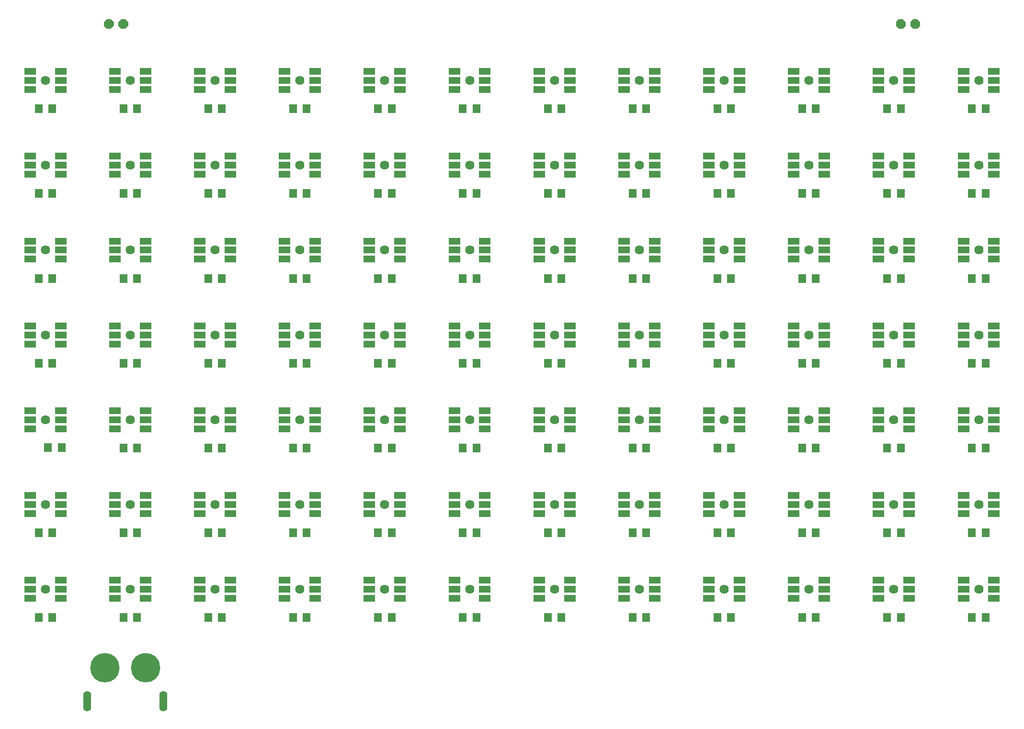
<source format=gts>
G04 Layer: TopSolderMaskLayer*
G04 EasyEDA v6.5.47, 2024-11-13 01:40:09*
G04 1c21e17b061f4530800f8f8e294a802d,69e988d02e8547bda770e33b2b7d29c3,10*
G04 Gerber Generator version 0.2*
G04 Scale: 100 percent, Rotated: No, Reflected: No *
G04 Dimensions in millimeters *
G04 leading zeros omitted , absolute positions ,4 integer and 5 decimal *
%FSLAX45Y45*%
%MOMM*%

%AMMACRO1*4,1,8,-0.6211,-0.8008,-0.6508,-0.771,-0.6508,0.7711,-0.6211,0.8008,0.621,0.8008,0.6508,0.7711,0.6508,-0.771,0.621,-0.8008,-0.6211,-0.8008,0*%
%AMMACRO2*4,1,8,-1.0042,-0.56,-1.01,-0.5542,-1.01,0.5542,-1.0042,0.56,1.0041,0.56,1.01,0.5542,1.01,-0.5542,1.0041,-0.56,-1.0042,-0.56,0*%
%ADD10C,5.2040*%
%ADD11O,1.4031976X3.6031932*%
%ADD12C,0.6096*%
%ADD13MACRO1*%
%ADD14MACRO2*%
%ADD15C,1.6256*%
%ADD16C,0.0142*%

%LPD*%
D10*
G01*
X2052396Y-11384000D03*
G01*
X2772384Y-11384000D03*
D11*
G01*
X3087395Y-11984024D03*
G01*
X1737385Y-11984024D03*
D12*
G01*
X2052396Y-11573992D03*
G01*
X1917395Y-11519001D03*
G01*
X1862378Y-11384000D03*
G01*
X1917395Y-11248999D03*
G01*
X2052396Y-11194008D03*
G01*
X2187397Y-11248999D03*
G01*
X2242388Y-11384000D03*
G01*
X2187397Y-11519001D03*
G01*
X2772384Y-11573992D03*
G01*
X2637383Y-11519001D03*
G01*
X2582392Y-11384000D03*
G01*
X2637383Y-11248999D03*
G01*
X2772384Y-11194008D03*
G01*
X2907385Y-11248999D03*
G01*
X2962376Y-11384000D03*
G01*
X2907385Y-11519001D03*
G36*
X2088984Y-87223D02*
G01*
X2088415Y-87190D01*
X2087854Y-87096D01*
X2087305Y-86939D01*
X2086780Y-86720D01*
X2086282Y-86443D01*
X2085817Y-86116D01*
X2085393Y-85735D01*
X2037260Y-37602D01*
X2036879Y-37177D01*
X2036551Y-36713D01*
X2036274Y-36215D01*
X2036056Y-35689D01*
X2035898Y-35140D01*
X2035804Y-34579D01*
X2035771Y-34010D01*
X2035771Y34010D01*
X2035804Y34579D01*
X2035898Y35140D01*
X2036056Y35689D01*
X2036274Y36215D01*
X2036551Y36713D01*
X2036879Y37177D01*
X2037260Y37602D01*
X2085393Y85735D01*
X2085817Y86116D01*
X2086282Y86443D01*
X2086780Y86720D01*
X2087305Y86939D01*
X2087854Y87096D01*
X2088415Y87190D01*
X2088984Y87223D01*
X2157006Y87223D01*
X2157575Y87190D01*
X2158136Y87096D01*
X2158685Y86939D01*
X2159210Y86720D01*
X2159708Y86443D01*
X2160173Y86116D01*
X2160597Y85735D01*
X2208730Y37602D01*
X2209111Y37177D01*
X2209439Y36713D01*
X2209716Y36215D01*
X2209934Y35689D01*
X2210092Y35140D01*
X2210186Y34579D01*
X2210219Y34010D01*
X2210219Y-34010D01*
X2210186Y-34579D01*
X2210092Y-35140D01*
X2209934Y-35689D01*
X2209716Y-36215D01*
X2209439Y-36713D01*
X2209111Y-37177D01*
X2208730Y-37602D01*
X2160597Y-85735D01*
X2160173Y-86116D01*
X2159708Y-86443D01*
X2159210Y-86720D01*
X2158685Y-86939D01*
X2158136Y-87096D01*
X2157575Y-87190D01*
X2157006Y-87223D01*
G37*
G36*
X2342984Y-87223D02*
G01*
X2342415Y-87190D01*
X2341854Y-87096D01*
X2341305Y-86939D01*
X2340780Y-86720D01*
X2340282Y-86443D01*
X2339817Y-86116D01*
X2339393Y-85735D01*
X2291260Y-37602D01*
X2290879Y-37177D01*
X2290551Y-36713D01*
X2290274Y-36215D01*
X2290056Y-35689D01*
X2289898Y-35140D01*
X2289804Y-34579D01*
X2289771Y-34010D01*
X2289771Y34010D01*
X2289804Y34579D01*
X2289898Y35140D01*
X2290056Y35689D01*
X2290274Y36215D01*
X2290551Y36713D01*
X2290879Y37177D01*
X2291260Y37602D01*
X2339393Y85735D01*
X2339817Y86116D01*
X2340282Y86443D01*
X2340780Y86720D01*
X2341305Y86939D01*
X2341854Y87096D01*
X2342415Y87190D01*
X2342984Y87223D01*
X2411006Y87223D01*
X2411575Y87190D01*
X2412136Y87096D01*
X2412685Y86939D01*
X2413210Y86720D01*
X2413708Y86443D01*
X2414173Y86116D01*
X2414597Y85735D01*
X2462730Y37602D01*
X2463111Y37177D01*
X2463439Y36713D01*
X2463716Y36215D01*
X2463934Y35689D01*
X2464092Y35140D01*
X2464186Y34579D01*
X2464219Y34010D01*
X2464219Y-34010D01*
X2464186Y-34579D01*
X2464092Y-35140D01*
X2463934Y-35689D01*
X2463716Y-36215D01*
X2463439Y-36713D01*
X2463111Y-37177D01*
X2462730Y-37602D01*
X2414597Y-85735D01*
X2414173Y-86116D01*
X2413708Y-86443D01*
X2413210Y-86720D01*
X2412685Y-86939D01*
X2412136Y-87096D01*
X2411575Y-87190D01*
X2411006Y-87223D01*
G37*
G36*
X16342956Y-87223D02*
G01*
X16342387Y-87190D01*
X16341826Y-87096D01*
X16341277Y-86939D01*
X16340752Y-86720D01*
X16340254Y-86443D01*
X16339789Y-86116D01*
X16339365Y-85735D01*
X16291232Y-37602D01*
X16290851Y-37177D01*
X16290523Y-36713D01*
X16290246Y-36215D01*
X16290028Y-35689D01*
X16289870Y-35140D01*
X16289776Y-34579D01*
X16289743Y-34010D01*
X16289743Y34010D01*
X16289776Y34579D01*
X16289870Y35140D01*
X16290028Y35689D01*
X16290246Y36215D01*
X16290523Y36713D01*
X16290851Y37177D01*
X16291232Y37602D01*
X16339365Y85735D01*
X16339789Y86116D01*
X16340254Y86443D01*
X16340752Y86720D01*
X16341277Y86939D01*
X16341826Y87096D01*
X16342387Y87190D01*
X16342956Y87223D01*
X16410978Y87223D01*
X16411547Y87190D01*
X16412108Y87096D01*
X16412657Y86939D01*
X16413182Y86720D01*
X16413680Y86443D01*
X16414145Y86116D01*
X16414569Y85735D01*
X16462702Y37602D01*
X16463083Y37177D01*
X16463411Y36713D01*
X16463688Y36215D01*
X16463906Y35689D01*
X16464064Y35140D01*
X16464158Y34579D01*
X16464191Y34010D01*
X16464191Y-34010D01*
X16464158Y-34579D01*
X16464064Y-35140D01*
X16463906Y-35689D01*
X16463688Y-36215D01*
X16463411Y-36713D01*
X16463083Y-37177D01*
X16462702Y-37602D01*
X16414569Y-85735D01*
X16414145Y-86116D01*
X16413680Y-86443D01*
X16413182Y-86720D01*
X16412657Y-86939D01*
X16412108Y-87096D01*
X16411547Y-87190D01*
X16410978Y-87223D01*
G37*
G36*
X16088956Y-87223D02*
G01*
X16088387Y-87190D01*
X16087826Y-87096D01*
X16087277Y-86939D01*
X16086752Y-86720D01*
X16086254Y-86443D01*
X16085789Y-86116D01*
X16085365Y-85735D01*
X16037232Y-37602D01*
X16036851Y-37177D01*
X16036523Y-36713D01*
X16036246Y-36215D01*
X16036028Y-35689D01*
X16035870Y-35140D01*
X16035776Y-34579D01*
X16035743Y-34010D01*
X16035743Y34010D01*
X16035776Y34579D01*
X16035870Y35140D01*
X16036028Y35689D01*
X16036246Y36215D01*
X16036523Y36713D01*
X16036851Y37177D01*
X16037232Y37602D01*
X16085365Y85735D01*
X16085789Y86116D01*
X16086254Y86443D01*
X16086752Y86720D01*
X16087277Y86939D01*
X16087826Y87096D01*
X16088387Y87190D01*
X16088956Y87223D01*
X16156978Y87223D01*
X16157547Y87190D01*
X16158108Y87096D01*
X16158657Y86939D01*
X16159182Y86720D01*
X16159680Y86443D01*
X16160145Y86116D01*
X16160569Y85735D01*
X16208702Y37602D01*
X16209083Y37177D01*
X16209411Y36713D01*
X16209688Y36215D01*
X16209906Y35689D01*
X16210064Y35140D01*
X16210158Y34579D01*
X16210191Y34010D01*
X16210191Y-34010D01*
X16210158Y-34579D01*
X16210064Y-35140D01*
X16209906Y-35689D01*
X16209688Y-36215D01*
X16209411Y-36713D01*
X16209083Y-37177D01*
X16208702Y-37602D01*
X16160569Y-85735D01*
X16160145Y-86116D01*
X16159680Y-86443D01*
X16159182Y-86720D01*
X16158657Y-86939D01*
X16158108Y-87096D01*
X16157547Y-87190D01*
X16156978Y-87223D01*
G37*
D13*
G01*
X6879996Y-1499997D03*
G01*
X7119975Y-1499997D03*
G01*
X6879996Y-2999993D03*
G01*
X7119975Y-2999993D03*
G01*
X6879996Y-4499990D03*
G01*
X7119975Y-4499990D03*
G01*
X6879996Y-5999988D03*
G01*
X7119975Y-5999988D03*
G01*
X6879996Y-7499984D03*
G01*
X7119975Y-7499984D03*
G01*
X6879996Y-8999982D03*
G01*
X7119975Y-8999982D03*
G01*
X6879996Y-10499979D03*
G01*
X7119975Y-10499979D03*
G01*
X8379993Y-1499997D03*
G01*
X8619972Y-1499997D03*
G01*
X8379993Y-2999993D03*
G01*
X8619972Y-2999993D03*
G01*
X8379993Y-4499990D03*
G01*
X8619972Y-4499990D03*
G01*
X8379993Y-5999988D03*
G01*
X8619972Y-5999988D03*
G01*
X8379993Y-7499984D03*
G01*
X8619972Y-7499984D03*
G01*
X8379993Y-8999982D03*
G01*
X8619972Y-8999982D03*
G01*
X8379993Y-10499979D03*
G01*
X8619972Y-10499979D03*
G01*
X9879990Y-1499997D03*
G01*
X10119969Y-1499997D03*
G01*
X9879990Y-2999993D03*
G01*
X10119969Y-2999993D03*
G01*
X9879990Y-4499990D03*
G01*
X10119969Y-4499990D03*
G01*
X9879990Y-5999988D03*
G01*
X10119969Y-5999988D03*
G01*
X9879990Y-7499984D03*
G01*
X10119969Y-7499984D03*
G01*
X9879990Y-8999982D03*
G01*
X10119969Y-8999982D03*
G01*
X9879990Y-10499979D03*
G01*
X10119969Y-10499979D03*
G01*
X11379987Y-1499997D03*
G01*
X11619966Y-1499997D03*
G01*
X11379987Y-2999993D03*
G01*
X11619966Y-2999993D03*
G01*
X11379987Y-4499990D03*
G01*
X11619966Y-4499990D03*
G01*
X11379987Y-5999988D03*
G01*
X11619966Y-5999988D03*
G01*
X11379987Y-7499984D03*
G01*
X11619966Y-7499984D03*
G01*
X11379987Y-8999982D03*
G01*
X11619966Y-8999982D03*
G01*
X11379987Y-10499979D03*
G01*
X11619966Y-10499979D03*
G01*
X12879984Y-1499997D03*
G01*
X13119963Y-1499997D03*
G01*
X12879984Y-2999993D03*
G01*
X13119963Y-2999993D03*
G01*
X12879984Y-4499990D03*
G01*
X13119963Y-4499990D03*
G01*
X12879984Y-5999988D03*
G01*
X13119963Y-5999988D03*
G01*
X12879984Y-7499984D03*
G01*
X13119963Y-7499984D03*
G01*
X12879984Y-8999982D03*
G01*
X13119963Y-8999982D03*
G01*
X12879984Y-10499979D03*
G01*
X13119963Y-10499979D03*
G01*
X14379981Y-1499997D03*
G01*
X14619960Y-1499997D03*
G01*
X14379981Y-2999993D03*
G01*
X14619960Y-2999993D03*
G01*
X14379981Y-4499990D03*
G01*
X14619960Y-4499990D03*
G01*
X14379981Y-5999988D03*
G01*
X14619960Y-5999988D03*
G01*
X14379981Y-7499984D03*
G01*
X14619960Y-7499984D03*
G01*
X14379981Y-8999982D03*
G01*
X14619960Y-8999982D03*
G01*
X14379981Y-10499979D03*
G01*
X14619960Y-10499979D03*
G01*
X15879978Y-1499997D03*
G01*
X16119957Y-1499997D03*
G01*
X15879978Y-2999993D03*
G01*
X16119957Y-2999993D03*
G01*
X15879978Y-4499990D03*
G01*
X16119957Y-4499990D03*
G01*
X15879978Y-5999988D03*
G01*
X16119957Y-5999988D03*
G01*
X15879978Y-7499984D03*
G01*
X16119957Y-7499984D03*
G01*
X15879978Y-8999982D03*
G01*
X16119957Y-8999982D03*
G01*
X15879978Y-10499979D03*
G01*
X16119957Y-10499979D03*
G01*
X17379975Y-1499997D03*
G01*
X17619954Y-1499997D03*
G01*
X17379975Y-2999993D03*
G01*
X17619954Y-2999993D03*
G01*
X17379975Y-4499990D03*
G01*
X17619954Y-4499990D03*
G01*
X17379975Y-5999988D03*
G01*
X17619954Y-5999988D03*
G01*
X17379975Y-7499984D03*
G01*
X17619954Y-7499984D03*
G01*
X17379975Y-8999982D03*
G01*
X17619954Y-8999982D03*
G01*
X17379975Y-10499979D03*
G01*
X17619954Y-10499979D03*
D14*
G01*
X6729986Y-839998D03*
G01*
X6729986Y-1000003D03*
G01*
X6729986Y-1160007D03*
G01*
X7269980Y-1160007D03*
G01*
X7269980Y-1000003D03*
G01*
X7269980Y-839998D03*
G01*
X6729986Y-2339995D03*
G01*
X6729986Y-2500000D03*
G01*
X6729986Y-2660004D03*
G01*
X7269980Y-2660004D03*
G01*
X7269980Y-2500000D03*
G01*
X7269980Y-2339995D03*
G01*
X6729986Y-3839992D03*
G01*
X6729986Y-3999997D03*
G01*
X6729986Y-4160001D03*
G01*
X7269980Y-4160001D03*
G01*
X7269980Y-3999997D03*
G01*
X7269980Y-3839992D03*
G01*
X6729986Y-5339989D03*
G01*
X6729986Y-5499994D03*
G01*
X6729986Y-5659998D03*
G01*
X7269980Y-5659998D03*
G01*
X7269980Y-5499994D03*
G01*
X7269980Y-5339989D03*
G01*
X6729986Y-6839986D03*
G01*
X6729986Y-6999991D03*
G01*
X6729986Y-7159995D03*
G01*
X7269980Y-7159995D03*
G01*
X7269980Y-6999991D03*
G01*
X7269980Y-6839986D03*
G01*
X6729986Y-8339983D03*
G01*
X6729986Y-8499988D03*
G01*
X6729986Y-8659992D03*
G01*
X7269980Y-8659992D03*
G01*
X7269980Y-8499988D03*
G01*
X7269980Y-8339983D03*
G01*
X6729986Y-9839980D03*
G01*
X6729986Y-9999985D03*
G01*
X6729986Y-10159989D03*
G01*
X7269980Y-10159989D03*
G01*
X7269980Y-9999985D03*
G01*
X7269980Y-9839980D03*
G01*
X8229983Y-839998D03*
G01*
X8229983Y-1000003D03*
G01*
X8229983Y-1160007D03*
G01*
X8769977Y-1160007D03*
G01*
X8769977Y-1000003D03*
G01*
X8769977Y-839998D03*
G01*
X8229983Y-2339995D03*
G01*
X8229983Y-2500000D03*
G01*
X8229983Y-2660004D03*
G01*
X8769977Y-2660004D03*
G01*
X8769977Y-2500000D03*
G01*
X8769977Y-2339995D03*
G01*
X8229983Y-3839992D03*
G01*
X8229983Y-3999997D03*
G01*
X8229983Y-4160001D03*
G01*
X8769977Y-4160001D03*
G01*
X8769977Y-3999997D03*
G01*
X8769977Y-3839992D03*
G01*
X8229983Y-5339989D03*
G01*
X8229983Y-5499994D03*
G01*
X8229983Y-5659998D03*
G01*
X8769977Y-5659998D03*
G01*
X8769977Y-5499994D03*
G01*
X8769977Y-5339989D03*
G01*
X8229983Y-6839986D03*
G01*
X8229983Y-6999991D03*
G01*
X8229983Y-7159995D03*
G01*
X8769977Y-7159995D03*
G01*
X8769977Y-6999991D03*
G01*
X8769977Y-6839986D03*
G01*
X8229983Y-8339983D03*
G01*
X8229983Y-8499988D03*
G01*
X8229983Y-8659992D03*
G01*
X8769977Y-8659992D03*
G01*
X8769977Y-8499988D03*
G01*
X8769977Y-8339983D03*
G01*
X8229983Y-9839980D03*
G01*
X8229983Y-9999985D03*
G01*
X8229983Y-10159989D03*
G01*
X8769977Y-10159989D03*
G01*
X8769977Y-9999985D03*
G01*
X8769977Y-9839980D03*
G01*
X9729980Y-839998D03*
G01*
X9729980Y-1000003D03*
G01*
X9729980Y-1160007D03*
G01*
X10269974Y-1160007D03*
G01*
X10269974Y-1000003D03*
G01*
X10269974Y-839998D03*
G01*
X9729980Y-2339995D03*
G01*
X9729980Y-2500000D03*
G01*
X9729980Y-2660004D03*
G01*
X10269974Y-2660004D03*
G01*
X10269974Y-2500000D03*
G01*
X10269974Y-2339995D03*
G01*
X9729980Y-3839992D03*
G01*
X9729980Y-3999997D03*
G01*
X9729980Y-4160001D03*
G01*
X10269974Y-4160001D03*
G01*
X10269974Y-3999997D03*
G01*
X10269974Y-3839992D03*
G01*
X9729980Y-5339989D03*
G01*
X9729980Y-5499994D03*
G01*
X9729980Y-5659998D03*
G01*
X10269974Y-5659998D03*
G01*
X10269974Y-5499994D03*
G01*
X10269974Y-5339989D03*
G01*
X9729980Y-6839986D03*
G01*
X9729980Y-6999991D03*
G01*
X9729980Y-7159995D03*
G01*
X10269974Y-7159995D03*
G01*
X10269974Y-6999991D03*
G01*
X10269974Y-6839986D03*
G01*
X9729980Y-8339983D03*
G01*
X9729980Y-8499988D03*
G01*
X9729980Y-8659992D03*
G01*
X10269974Y-8659992D03*
G01*
X10269974Y-8499988D03*
G01*
X10269974Y-8339983D03*
G01*
X9729980Y-9839980D03*
G01*
X9729980Y-9999985D03*
G01*
X9729980Y-10159989D03*
G01*
X10269974Y-10159989D03*
G01*
X10269974Y-9999985D03*
G01*
X10269974Y-9839980D03*
G01*
X11229977Y-839998D03*
G01*
X11229977Y-1000003D03*
G01*
X11229977Y-1160007D03*
G01*
X11769971Y-1160007D03*
G01*
X11769971Y-1000003D03*
G01*
X11769971Y-839998D03*
G01*
X11229977Y-2339995D03*
G01*
X11229977Y-2500000D03*
G01*
X11229977Y-2660004D03*
G01*
X11769971Y-2660004D03*
G01*
X11769971Y-2500000D03*
G01*
X11769971Y-2339995D03*
G01*
X11229977Y-3839992D03*
G01*
X11229977Y-3999997D03*
G01*
X11229977Y-4160001D03*
G01*
X11769971Y-4160001D03*
G01*
X11769971Y-3999997D03*
G01*
X11769971Y-3839992D03*
G01*
X11229977Y-5339989D03*
G01*
X11229977Y-5499994D03*
G01*
X11229977Y-5659998D03*
G01*
X11769971Y-5659998D03*
G01*
X11769971Y-5499994D03*
G01*
X11769971Y-5339989D03*
G01*
X11229977Y-6839986D03*
G01*
X11229977Y-6999991D03*
G01*
X11229977Y-7159995D03*
G01*
X11769971Y-7159995D03*
G01*
X11769971Y-6999991D03*
G01*
X11769971Y-6839986D03*
G01*
X11229977Y-8339983D03*
G01*
X11229977Y-8499988D03*
G01*
X11229977Y-8659992D03*
G01*
X11769971Y-8659992D03*
G01*
X11769971Y-8499988D03*
G01*
X11769971Y-8339983D03*
G01*
X11229977Y-9839980D03*
G01*
X11229977Y-9999985D03*
G01*
X11229977Y-10159989D03*
G01*
X11769971Y-10159989D03*
G01*
X11769971Y-9999985D03*
G01*
X11769971Y-9839980D03*
G01*
X12729974Y-839998D03*
G01*
X12729974Y-1000003D03*
G01*
X12729974Y-1160007D03*
G01*
X13269968Y-1160007D03*
G01*
X13269968Y-1000003D03*
G01*
X13269968Y-839998D03*
G01*
X12729974Y-2339995D03*
G01*
X12729974Y-2500000D03*
G01*
X12729974Y-2660004D03*
G01*
X13269968Y-2660004D03*
G01*
X13269968Y-2500000D03*
G01*
X13269968Y-2339995D03*
G01*
X12729974Y-3839992D03*
G01*
X12729974Y-3999997D03*
G01*
X12729974Y-4160001D03*
G01*
X13269968Y-4160001D03*
G01*
X13269968Y-3999997D03*
G01*
X13269968Y-3839992D03*
G01*
X12729974Y-5339989D03*
G01*
X12729974Y-5499994D03*
G01*
X12729974Y-5659998D03*
G01*
X13269968Y-5659998D03*
G01*
X13269968Y-5499994D03*
G01*
X13269968Y-5339989D03*
G01*
X12729974Y-6839986D03*
G01*
X12729974Y-6999991D03*
G01*
X12729974Y-7159995D03*
G01*
X13269968Y-7159995D03*
G01*
X13269968Y-6999991D03*
G01*
X13269968Y-6839986D03*
G01*
X12729974Y-8339983D03*
G01*
X12729974Y-8499988D03*
G01*
X12729974Y-8659992D03*
G01*
X13269968Y-8659992D03*
G01*
X13269968Y-8499988D03*
G01*
X13269968Y-8339983D03*
G01*
X12729974Y-9839980D03*
G01*
X12729974Y-9999985D03*
G01*
X12729974Y-10159989D03*
G01*
X13269968Y-10159989D03*
G01*
X13269968Y-9999985D03*
G01*
X13269968Y-9839980D03*
G01*
X14229971Y-839998D03*
G01*
X14229971Y-1000003D03*
G01*
X14229971Y-1160007D03*
G01*
X14769965Y-1160007D03*
G01*
X14769965Y-1000003D03*
G01*
X14769965Y-839998D03*
G01*
X14229971Y-2339995D03*
G01*
X14229971Y-2500000D03*
G01*
X14229971Y-2660004D03*
G01*
X14769965Y-2660004D03*
G01*
X14769965Y-2500000D03*
G01*
X14769965Y-2339995D03*
G01*
X14229971Y-3839992D03*
G01*
X14229971Y-3999997D03*
G01*
X14229971Y-4160001D03*
G01*
X14769965Y-4160001D03*
G01*
X14769965Y-3999997D03*
G01*
X14769965Y-3839992D03*
G01*
X14229971Y-5339989D03*
G01*
X14229971Y-5499994D03*
G01*
X14229971Y-5659998D03*
G01*
X14769965Y-5659998D03*
G01*
X14769965Y-5499994D03*
G01*
X14769965Y-5339989D03*
G01*
X14229971Y-6839986D03*
G01*
X14229971Y-6999991D03*
G01*
X14229971Y-7159995D03*
G01*
X14769965Y-7159995D03*
G01*
X14769965Y-6999991D03*
G01*
X14769965Y-6839986D03*
G01*
X14229971Y-8339983D03*
G01*
X14229971Y-8499988D03*
G01*
X14229971Y-8659992D03*
G01*
X14769965Y-8659992D03*
G01*
X14769965Y-8499988D03*
G01*
X14769965Y-8339983D03*
G01*
X14229971Y-9839980D03*
G01*
X14229971Y-9999985D03*
G01*
X14229971Y-10159989D03*
G01*
X14769965Y-10159989D03*
G01*
X14769965Y-9999985D03*
G01*
X14769965Y-9839980D03*
G01*
X15729968Y-839998D03*
G01*
X15729968Y-1000003D03*
G01*
X15729968Y-1160007D03*
G01*
X16269962Y-1160007D03*
G01*
X16269962Y-1000003D03*
G01*
X16269962Y-839998D03*
G01*
X15729968Y-2339995D03*
G01*
X15729968Y-2500000D03*
G01*
X15729968Y-2660004D03*
G01*
X16269962Y-2660004D03*
G01*
X16269962Y-2500000D03*
G01*
X16269962Y-2339995D03*
G01*
X15729968Y-3839992D03*
G01*
X15729968Y-3999997D03*
G01*
X15729968Y-4160001D03*
G01*
X16269962Y-4160001D03*
G01*
X16269962Y-3999997D03*
G01*
X16269962Y-3839992D03*
G01*
X15729968Y-5339989D03*
G01*
X15729968Y-5499994D03*
G01*
X15729968Y-5659998D03*
G01*
X16269962Y-5659998D03*
G01*
X16269962Y-5499994D03*
G01*
X16269962Y-5339989D03*
G01*
X15729968Y-6839986D03*
G01*
X15729968Y-6999991D03*
G01*
X15729968Y-7159995D03*
G01*
X16269962Y-7159995D03*
G01*
X16269962Y-6999991D03*
G01*
X16269962Y-6839986D03*
G01*
X15729968Y-8339983D03*
G01*
X15729968Y-8499988D03*
G01*
X15729968Y-8659992D03*
G01*
X16269962Y-8659992D03*
G01*
X16269962Y-8499988D03*
G01*
X16269962Y-8339983D03*
G01*
X15729968Y-9839980D03*
G01*
X15729968Y-9999985D03*
G01*
X15729968Y-10159989D03*
G01*
X16269962Y-10159989D03*
G01*
X16269962Y-9999985D03*
G01*
X16269962Y-9839980D03*
G01*
X17229965Y-839998D03*
G01*
X17229965Y-1000003D03*
G01*
X17229965Y-1160007D03*
G01*
X17769959Y-1160007D03*
G01*
X17769959Y-1000003D03*
G01*
X17769959Y-839998D03*
G01*
X17229965Y-2339995D03*
G01*
X17229965Y-2500000D03*
G01*
X17229965Y-2660004D03*
G01*
X17769959Y-2660004D03*
G01*
X17769959Y-2500000D03*
G01*
X17769959Y-2339995D03*
G01*
X17229965Y-3839992D03*
G01*
X17229965Y-3999997D03*
G01*
X17229965Y-4160001D03*
G01*
X17769959Y-4160001D03*
G01*
X17769959Y-3999997D03*
G01*
X17769959Y-3839992D03*
G01*
X17229965Y-5339989D03*
G01*
X17229965Y-5499994D03*
G01*
X17229965Y-5659998D03*
G01*
X17769959Y-5659998D03*
G01*
X17769959Y-5499994D03*
G01*
X17769959Y-5339989D03*
G01*
X17229965Y-6839986D03*
G01*
X17229965Y-6999991D03*
G01*
X17229965Y-7159995D03*
G01*
X17769959Y-7159995D03*
G01*
X17769959Y-6999991D03*
G01*
X17769959Y-6839986D03*
G01*
X17229965Y-8339983D03*
G01*
X17229965Y-8499988D03*
G01*
X17229965Y-8659992D03*
G01*
X17769959Y-8659992D03*
G01*
X17769959Y-8499988D03*
G01*
X17769959Y-8339983D03*
G01*
X17229965Y-9839980D03*
G01*
X17229965Y-9999985D03*
G01*
X17229965Y-10159989D03*
G01*
X17769959Y-10159989D03*
G01*
X17769959Y-9999985D03*
G01*
X17769959Y-9839980D03*
D13*
G01*
X880008Y-1499997D03*
G01*
X1119987Y-1499997D03*
G01*
X880008Y-2999993D03*
G01*
X1119987Y-2999993D03*
G01*
X880008Y-4499990D03*
G01*
X1119987Y-4499990D03*
G01*
X880008Y-5999988D03*
G01*
X1119987Y-5999988D03*
G01*
X1048410Y-7493000D03*
G01*
X1288389Y-7493000D03*
G01*
X880008Y-8999982D03*
G01*
X1119987Y-8999982D03*
G01*
X880008Y-10499979D03*
G01*
X1119987Y-10499979D03*
G01*
X2380005Y-1499997D03*
G01*
X2619984Y-1499997D03*
G01*
X2380005Y-2999993D03*
G01*
X2619984Y-2999993D03*
G01*
X2380005Y-4499990D03*
G01*
X2619984Y-4499990D03*
G01*
X2380005Y-5999988D03*
G01*
X2619984Y-5999988D03*
G01*
X2380005Y-7499984D03*
G01*
X2619984Y-7499984D03*
G01*
X2380005Y-8999982D03*
G01*
X2619984Y-8999982D03*
G01*
X2380005Y-10499979D03*
G01*
X2619984Y-10499979D03*
G01*
X3880002Y-1499997D03*
G01*
X4119981Y-1499997D03*
G01*
X3880002Y-2999993D03*
G01*
X4119981Y-2999993D03*
G01*
X3880002Y-4499990D03*
G01*
X4119981Y-4499990D03*
G01*
X3880002Y-5999988D03*
G01*
X4119981Y-5999988D03*
G01*
X3880002Y-7499984D03*
G01*
X4119981Y-7499984D03*
G01*
X3880002Y-8999982D03*
G01*
X4119981Y-8999982D03*
G01*
X3880002Y-10499979D03*
G01*
X4119981Y-10499979D03*
G01*
X5379999Y-1499997D03*
G01*
X5619978Y-1499997D03*
G01*
X5379999Y-2999993D03*
G01*
X5619978Y-2999993D03*
G01*
X5379999Y-4499990D03*
G01*
X5619978Y-4499990D03*
G01*
X5379999Y-5999988D03*
G01*
X5619978Y-5999988D03*
G01*
X5379999Y-7499984D03*
G01*
X5619978Y-7499984D03*
G01*
X5379999Y-8999982D03*
G01*
X5619978Y-8999982D03*
G01*
X5379999Y-10499979D03*
G01*
X5619978Y-10499979D03*
D14*
G01*
X730117Y-839886D03*
G01*
X730117Y-999891D03*
G01*
X730117Y-1159896D03*
G01*
X1270111Y-1159896D03*
G01*
X1270111Y-999891D03*
G01*
X1270111Y-839886D03*
G01*
X730117Y-2340010D03*
G01*
X730117Y-2500015D03*
G01*
X730117Y-2660020D03*
G01*
X1270111Y-2660020D03*
G01*
X1270111Y-2500015D03*
G01*
X1270111Y-2340010D03*
G01*
X730117Y-3839880D03*
G01*
X730117Y-3999885D03*
G01*
X730117Y-4159890D03*
G01*
X1270111Y-4159890D03*
G01*
X1270111Y-3999885D03*
G01*
X1270111Y-3839880D03*
G01*
X730117Y-5340004D03*
G01*
X730117Y-5500009D03*
G01*
X730117Y-5660014D03*
G01*
X1270111Y-5660014D03*
G01*
X1270111Y-5500009D03*
G01*
X1270111Y-5340004D03*
G01*
X730117Y-6839874D03*
G01*
X730117Y-6999879D03*
G01*
X730117Y-7159884D03*
G01*
X1270111Y-7159884D03*
G01*
X1270111Y-6999879D03*
G01*
X1270111Y-6839874D03*
G01*
X730117Y-8339998D03*
G01*
X730117Y-8500003D03*
G01*
X730117Y-8660008D03*
G01*
X1270111Y-8660008D03*
G01*
X1270111Y-8500003D03*
G01*
X1270111Y-8339998D03*
G01*
X730117Y-9839868D03*
G01*
X730117Y-9999873D03*
G01*
X730117Y-10159878D03*
G01*
X1270111Y-10159878D03*
G01*
X1270111Y-9999873D03*
G01*
X1270111Y-9839868D03*
G01*
X2229987Y-839886D03*
G01*
X2229987Y-999891D03*
G01*
X2229987Y-1159896D03*
G01*
X2769981Y-1159896D03*
G01*
X2769981Y-999891D03*
G01*
X2769981Y-839886D03*
G01*
X2229987Y-2340010D03*
G01*
X2229987Y-2500015D03*
G01*
X2229987Y-2660020D03*
G01*
X2769981Y-2660020D03*
G01*
X2769981Y-2500015D03*
G01*
X2769981Y-2340010D03*
G01*
X2229995Y-3839992D03*
G01*
X2229995Y-3999997D03*
G01*
X2229995Y-4160001D03*
G01*
X2769989Y-4160001D03*
G01*
X2769989Y-3999997D03*
G01*
X2769989Y-3839992D03*
G01*
X2229995Y-5339989D03*
G01*
X2229995Y-5499994D03*
G01*
X2229995Y-5659998D03*
G01*
X2769989Y-5659998D03*
G01*
X2769989Y-5499994D03*
G01*
X2769989Y-5339989D03*
G01*
X2229995Y-6839986D03*
G01*
X2229995Y-6999991D03*
G01*
X2229995Y-7159995D03*
G01*
X2769989Y-7159995D03*
G01*
X2769989Y-6999991D03*
G01*
X2769989Y-6839986D03*
G01*
X2229995Y-8339983D03*
G01*
X2229995Y-8499988D03*
G01*
X2229995Y-8659992D03*
G01*
X2769989Y-8659992D03*
G01*
X2769989Y-8499988D03*
G01*
X2769989Y-8339983D03*
G01*
X2229995Y-9839980D03*
G01*
X2229995Y-9999985D03*
G01*
X2229995Y-10159989D03*
G01*
X2769989Y-10159989D03*
G01*
X2769989Y-9999985D03*
G01*
X2769989Y-9839980D03*
G01*
X3729992Y-839998D03*
G01*
X3729992Y-1000003D03*
G01*
X3729992Y-1160007D03*
G01*
X4269986Y-1160007D03*
G01*
X4269986Y-1000003D03*
G01*
X4269986Y-839998D03*
G01*
X3729992Y-2339995D03*
G01*
X3729992Y-2500000D03*
G01*
X3729992Y-2660004D03*
G01*
X4269986Y-2660004D03*
G01*
X4269986Y-2500000D03*
G01*
X4269986Y-2339995D03*
G01*
X3729992Y-3839992D03*
G01*
X3729992Y-3999997D03*
G01*
X3729992Y-4160001D03*
G01*
X4269986Y-4160001D03*
G01*
X4269986Y-3999997D03*
G01*
X4269986Y-3839992D03*
G01*
X3729992Y-5339989D03*
G01*
X3729992Y-5499994D03*
G01*
X3729992Y-5659998D03*
G01*
X4269986Y-5659998D03*
G01*
X4269986Y-5499994D03*
G01*
X4269986Y-5339989D03*
G01*
X3729992Y-6839986D03*
G01*
X3729992Y-6999991D03*
G01*
X3729992Y-7159995D03*
G01*
X4269986Y-7159995D03*
G01*
X4269986Y-6999991D03*
G01*
X4269986Y-6839986D03*
G01*
X3729992Y-8339983D03*
G01*
X3729992Y-8499988D03*
G01*
X3729992Y-8659992D03*
G01*
X4269986Y-8659992D03*
G01*
X4269986Y-8499988D03*
G01*
X4269986Y-8339983D03*
G01*
X3729992Y-9839980D03*
G01*
X3729992Y-9999985D03*
G01*
X3729992Y-10159989D03*
G01*
X4269986Y-10159989D03*
G01*
X4269986Y-9999985D03*
G01*
X4269986Y-9839980D03*
G01*
X5229989Y-839998D03*
G01*
X5229989Y-1000003D03*
G01*
X5229989Y-1160007D03*
G01*
X5769983Y-1160007D03*
G01*
X5769983Y-1000003D03*
G01*
X5769983Y-839998D03*
G01*
X5229989Y-2339995D03*
G01*
X5229989Y-2500000D03*
G01*
X5229989Y-2660004D03*
G01*
X5769983Y-2660004D03*
G01*
X5769983Y-2500000D03*
G01*
X5769983Y-2339995D03*
G01*
X5229989Y-3839992D03*
G01*
X5229989Y-3999997D03*
G01*
X5229989Y-4160001D03*
G01*
X5769983Y-4160001D03*
G01*
X5769983Y-3999997D03*
G01*
X5769983Y-3839992D03*
G01*
X5229989Y-5339989D03*
G01*
X5229989Y-5499994D03*
G01*
X5229989Y-5659998D03*
G01*
X5769983Y-5659998D03*
G01*
X5769983Y-5499994D03*
G01*
X5769983Y-5339989D03*
G01*
X5229989Y-6839986D03*
G01*
X5229989Y-6999991D03*
G01*
X5229989Y-7159995D03*
G01*
X5769983Y-7159995D03*
G01*
X5769983Y-6999991D03*
G01*
X5769983Y-6839986D03*
G01*
X5229989Y-8339983D03*
G01*
X5229989Y-8499988D03*
G01*
X5229989Y-8659992D03*
G01*
X5769983Y-8659992D03*
G01*
X5769983Y-8499988D03*
G01*
X5769983Y-8339983D03*
G01*
X5229989Y-9839980D03*
G01*
X5229989Y-9999985D03*
G01*
X5229989Y-10159989D03*
G01*
X5769983Y-10159989D03*
G01*
X5769983Y-9999985D03*
G01*
X5769983Y-9839980D03*
D15*
G01*
X999997Y-999997D03*
G01*
X999997Y-2499995D03*
G01*
X2499995Y-999997D03*
G01*
X2499995Y-2499995D03*
G01*
X3999991Y-999997D03*
G01*
X3999991Y-2499995D03*
G01*
X5499988Y-999997D03*
G01*
X5499988Y-2499995D03*
G01*
X5499988Y-3999992D03*
G01*
X3999991Y-3999992D03*
G01*
X2499995Y-3999992D03*
G01*
X999997Y-3999992D03*
G01*
X999997Y-2499995D03*
G01*
X2499995Y-2499995D03*
G01*
X3999991Y-2499995D03*
G01*
X5499988Y-2499995D03*
G01*
X9999979Y-5499988D03*
G01*
X8499983Y-5499988D03*
G01*
X6999986Y-5499988D03*
G01*
X5499988Y-5499988D03*
G01*
X5499988Y-3999992D03*
G01*
X6999986Y-3999992D03*
G01*
X8499983Y-3999992D03*
G01*
X9999979Y-3999992D03*
G01*
X9999979Y-2499995D03*
G01*
X8499983Y-2499995D03*
G01*
X6999986Y-2499995D03*
G01*
X5499988Y-2499995D03*
G01*
X5499988Y-999997D03*
G01*
X6999986Y-999997D03*
G01*
X8499983Y-999997D03*
G01*
X9999979Y-999997D03*
G01*
X5499988Y-5499988D03*
G01*
X3999991Y-5499988D03*
G01*
X2499995Y-5499988D03*
G01*
X999997Y-5499988D03*
G01*
X999997Y-3999992D03*
G01*
X2499995Y-3999992D03*
G01*
X3999991Y-3999992D03*
G01*
X5499988Y-3999992D03*
G01*
X5499988Y-6999986D03*
G01*
X3999991Y-6999986D03*
G01*
X2499995Y-6999986D03*
G01*
X999997Y-6999986D03*
G01*
X999997Y-5499988D03*
G01*
X2499995Y-5499988D03*
G01*
X3999991Y-5499988D03*
G01*
X5499988Y-5499988D03*
G01*
X5499988Y-8499983D03*
G01*
X3999991Y-8499983D03*
G01*
X2499995Y-8499983D03*
G01*
X999997Y-8499983D03*
G01*
X999997Y-6999986D03*
G01*
X2499995Y-6999986D03*
G01*
X3999991Y-6999986D03*
G01*
X5499988Y-6999986D03*
G01*
X5499988Y-9999979D03*
G01*
X3999991Y-9999979D03*
G01*
X2499995Y-9999979D03*
G01*
X999997Y-9999979D03*
G01*
X999997Y-8499983D03*
G01*
X2499995Y-8499983D03*
G01*
X3999991Y-8499983D03*
G01*
X5499988Y-8499983D03*
G01*
X9999979Y-9999979D03*
G01*
X8499983Y-9999979D03*
G01*
X6999986Y-9999979D03*
G01*
X5499988Y-9999979D03*
G01*
X5499988Y-8499983D03*
G01*
X6999986Y-8499983D03*
G01*
X8499983Y-8499983D03*
G01*
X9999979Y-8499983D03*
G01*
X9999979Y-6999986D03*
G01*
X8499983Y-6999986D03*
G01*
X6999986Y-6999986D03*
G01*
X5499988Y-6999986D03*
G01*
X5499988Y-5499988D03*
G01*
X6999986Y-5499988D03*
G01*
X8499983Y-5499988D03*
G01*
X9999979Y-5499988D03*
G01*
X14499970Y-2499995D03*
G01*
X12999974Y-2499995D03*
G01*
X11499977Y-2499995D03*
G01*
X9999979Y-2499995D03*
G01*
X9999979Y-999997D03*
G01*
X11499977Y-999997D03*
G01*
X12999974Y-999997D03*
G01*
X14499970Y-999997D03*
G01*
X17499965Y-2499995D03*
G01*
X15999968Y-2499995D03*
G01*
X14499970Y-2499995D03*
G01*
X12999974Y-2499995D03*
G01*
X12999974Y-999997D03*
G01*
X14499970Y-999997D03*
G01*
X15999968Y-999997D03*
G01*
X17499965Y-999997D03*
G01*
X15999968Y-3999992D03*
G01*
X14499970Y-3999992D03*
G01*
X12999974Y-3999992D03*
G01*
X11499977Y-3999992D03*
G01*
X11499977Y-2499995D03*
G01*
X12999974Y-2499995D03*
G01*
X14499970Y-2499995D03*
G01*
X15999968Y-2499995D03*
G01*
X17499965Y-3999992D03*
G01*
X15999968Y-3999992D03*
G01*
X14499970Y-3999992D03*
G01*
X12999974Y-3999992D03*
G01*
X12999974Y-2499995D03*
G01*
X14499970Y-2499995D03*
G01*
X15999968Y-2499995D03*
G01*
X17499965Y-2499995D03*
G01*
X15999968Y-5499988D03*
G01*
X14499970Y-5499988D03*
G01*
X12999974Y-5499988D03*
G01*
X11499977Y-5499988D03*
G01*
X11499977Y-3999992D03*
G01*
X12999974Y-3999992D03*
G01*
X14499970Y-3999992D03*
G01*
X15999968Y-3999992D03*
G01*
X15999968Y-6999986D03*
G01*
X14499970Y-6999986D03*
G01*
X12999974Y-6999986D03*
G01*
X11499977Y-6999986D03*
G01*
X11499977Y-5499988D03*
G01*
X12999974Y-5499988D03*
G01*
X14499970Y-5499988D03*
G01*
X15999968Y-5499988D03*
G01*
X17499965Y-6999986D03*
G01*
X15999968Y-6999986D03*
G01*
X14499970Y-6999986D03*
G01*
X12999974Y-6999986D03*
G01*
X12999974Y-5499988D03*
G01*
X14499970Y-5499988D03*
G01*
X15999968Y-5499988D03*
G01*
X17499965Y-5499988D03*
G01*
X14499970Y-9999979D03*
G01*
X12999974Y-9999979D03*
G01*
X11499977Y-9999979D03*
G01*
X9999979Y-9999979D03*
G01*
X9999979Y-8499983D03*
G01*
X11499977Y-8499983D03*
G01*
X12999974Y-8499983D03*
G01*
X14499970Y-8499983D03*
G01*
X17499965Y-9999979D03*
G01*
X15999968Y-9999979D03*
G01*
X14499970Y-9999979D03*
G01*
X12999974Y-9999979D03*
G01*
X12999974Y-8499983D03*
G01*
X14499970Y-8499983D03*
G01*
X15999968Y-8499983D03*
G01*
X17499965Y-8499983D03*
M02*

</source>
